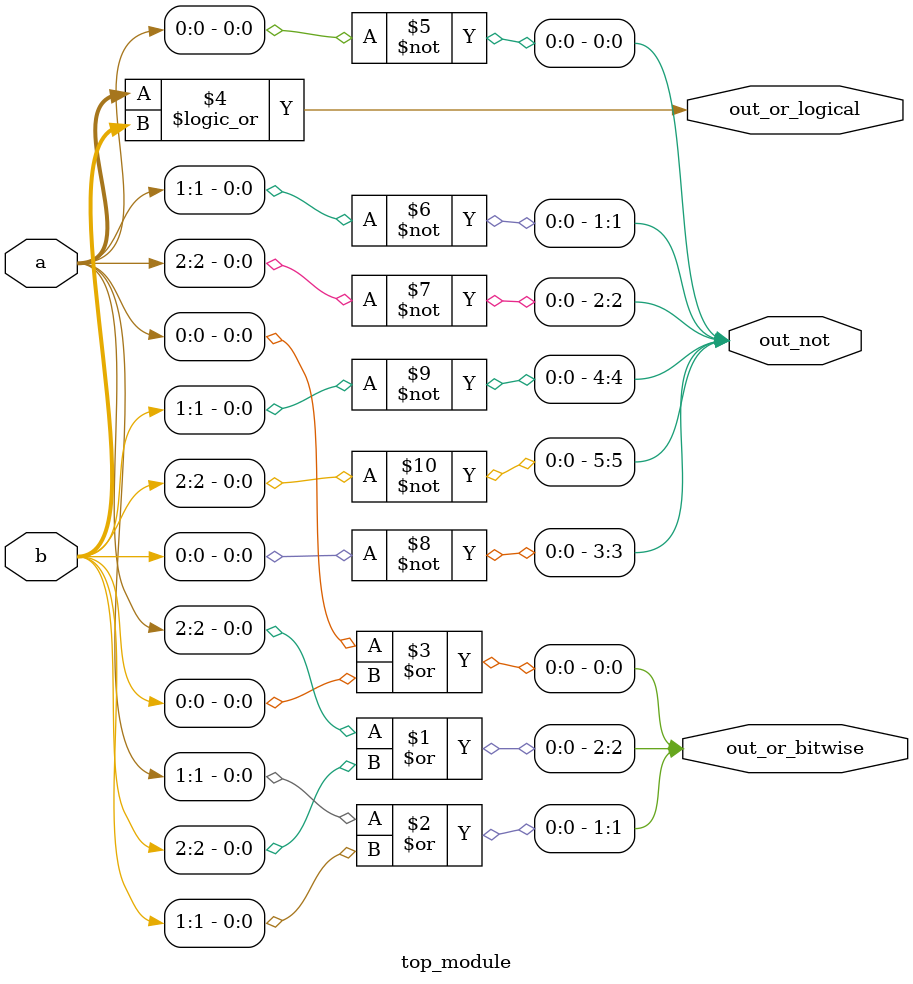
<source format=v>
module top_module( 
    input [2:0] a,
    input [2:0] b,
    output [2:0] out_or_bitwise,
    output out_or_logical,
    output [5:0] out_not
);
    assign out_or_bitwise[2]=a[2]|b[2];
    assign out_or_bitwise[1]=a[1]|b[1];
    assign out_or_bitwise[0]=a[0]|b[0];
    assign out_or_logical=a||b;
    assign out_not[0]=~a[0];
    assign out_not[1]=~a[1];
    assign out_not[2]=~a[2];
    assign out_not[3]=~b[0];
    assign out_not[4]=~b[1];
    assign out_not[5]=~b[2];

endmodule

</source>
